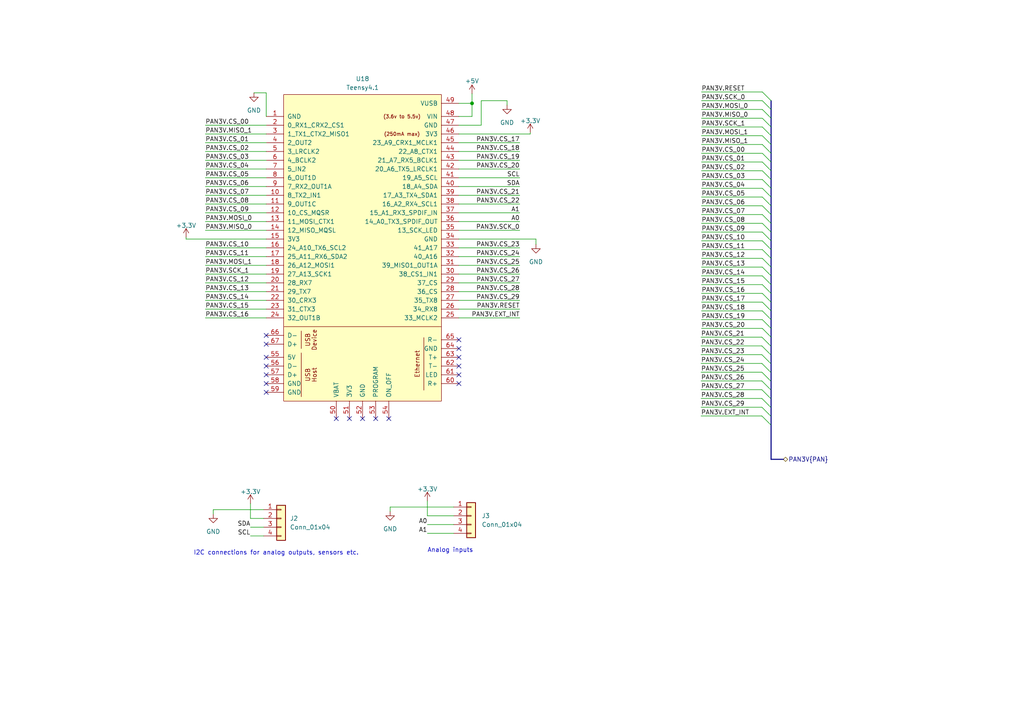
<source format=kicad_sch>
(kicad_sch (version 20230121) (generator eeschema)
  (paper "A4")
  (lib_symbols
    (symbol "Connector_Generic:Conn_01x04" (pin_names (offset 1.016) hide)
      (property "Reference" "J" (at 0 5.08 0))
      (property "Value" "Conn_01x04" (at 0 -7.62 0))
      (symbol "Conn_01x04_1_1"
        (rectangle (start -1.27 -4.953) (end 0 -5.207) (stroke (width 0.1524)))
        (rectangle (start -1.27 -2.413) (end 0 -2.667) (stroke (width 0.1524)))
        (rectangle (start -1.27 0.127) (end 0 -0.127) (stroke (width 0.1524)))
        (rectangle (start -1.27 2.667) (end 0 2.413) (stroke (width 0.1524)))
        (rectangle (start -1.27 3.81) (end 1.27 -6.35) (stroke (width 0.254)) (fill (type background)))
        (pin passive line (at -5.08 2.54 0) (length 3.81) (name "Pin_1") (number "1"))
        (pin passive line (at -5.08 0 0) (length 3.81) (name "Pin_2") (number "2"))
        (pin passive line (at -5.08 -2.54 0) (length 3.81) (name "Pin_3") (number "3"))
        (pin passive line (at -5.08 -5.08 0) (length 3.81) (name "Pin_4") (number "4"))
      )
    )
    (symbol "arena_custom:Teensy4.1" (pin_names (offset 1.016))
      (property "Reference" "U" (at 0 64.77 0))
      (property "Value" "Teensy4.1" (at 0 62.23 0))
      (symbol "Teensy4.1_0_0"
        (polyline (pts (xy -22.86 -6.35) (xy 22.86 -6.35)))
        (polyline (pts (xy -17.78 -26.67) (xy -17.78 -13.97)))
        (polyline (pts (xy -17.78 -7.62) (xy -17.78 -12.7)))
        (polyline (pts (xy 17.78 -9.525) (xy 17.78 -24.765)))
        (text "(250mA max)" (at 11.43 49.53 0) (effects (font (size 1.016 1.016))))
        (text "(3.6v to 5.5v)" (at 11.43 54.61 0) (effects (font (size 1.016 1.016))))
        (text "Device" (at -13.97 -10.16 900) (effects (font (size 1.27 1.27))))
        (text "Ethernet" (at 15.875 -17.145 900) (effects (font (size 1.27 1.27))))
        (text "Host" (at -13.97 -20.32 900) (effects (font (size 1.27 1.27))))
        (text "USB" (at -15.875 -20.32 900) (effects (font (size 1.27 1.27))))
        (text "USB" (at -15.875 -10.16 900) (effects (font (size 1.27 1.27))))
        (pin bidirectional line (at -27.94 31.75 0) (length 5.08) (name "8_TX2_IN1") (number "10"))
        (pin bidirectional line (at -27.94 29.21 0) (length 5.08) (name "9_OUT1C") (number "11"))
        (pin bidirectional line (at -27.94 26.67 0) (length 5.08) (name "10_CS_MQSR") (number "12"))
        (pin bidirectional line (at -27.94 24.13 0) (length 5.08) (name "11_MOSI_CTX1") (number "13"))
        (pin bidirectional line (at -27.94 21.59 0) (length 5.08) (name "12_MISO_MQSL") (number "14"))
        (pin power_in line (at -27.94 19.05 0) (length 5.08) (name "3V3") (number "15"))
        (pin bidirectional line (at -27.94 16.51 0) (length 5.08) (name "24_A10_TX6_SCL2") (number "16"))
        (pin bidirectional line (at -27.94 13.97 0) (length 5.08) (name "25_A11_RX6_SDA2") (number "17"))
        (pin bidirectional line (at -27.94 11.43 0) (length 5.08) (name "26_A12_MOSI1") (number "18"))
        (pin bidirectional line (at -27.94 8.89 0) (length 5.08) (name "27_A13_SCK1") (number "19"))
        (pin bidirectional line (at -27.94 6.35 0) (length 5.08) (name "28_RX7") (number "20"))
        (pin bidirectional line (at -27.94 3.81 0) (length 5.08) (name "29_TX7") (number "21"))
        (pin bidirectional line (at -27.94 1.27 0) (length 5.08) (name "30_CRX3") (number "22"))
        (pin bidirectional line (at -27.94 -1.27 0) (length 5.08) (name "31_CTX3") (number "23"))
        (pin bidirectional line (at -27.94 -3.81 0) (length 5.08) (name "32_OUT1B") (number "24"))
        (pin bidirectional line (at 27.94 -3.81 180) (length 5.08) (name "33_MCLK2") (number "25"))
        (pin bidirectional line (at 27.94 -1.27 180) (length 5.08) (name "34_RX8") (number "26"))
        (pin bidirectional line (at 27.94 1.27 180) (length 5.08) (name "35_TX8") (number "27"))
        (pin bidirectional line (at 27.94 3.81 180) (length 5.08) (name "36_CS") (number "28"))
        (pin bidirectional line (at 27.94 6.35 180) (length 5.08) (name "37_CS") (number "29"))
        (pin bidirectional line (at 27.94 8.89 180) (length 5.08) (name "38_CS1_IN1") (number "30"))
        (pin bidirectional line (at 27.94 11.43 180) (length 5.08) (name "39_MISO1_OUT1A") (number "31"))
        (pin bidirectional line (at 27.94 13.97 180) (length 5.08) (name "40_A16") (number "32"))
        (pin bidirectional line (at 27.94 16.51 180) (length 5.08) (name "41_A17") (number "33"))
        (pin bidirectional line (at 27.94 21.59 180) (length 5.08) (name "13_SCK_LED") (number "35"))
        (pin bidirectional line (at 27.94 24.13 180) (length 5.08) (name "14_A0_TX3_SPDIF_OUT") (number "36"))
        (pin bidirectional line (at 27.94 26.67 180) (length 5.08) (name "15_A1_RX3_SPDIF_IN") (number "37"))
        (pin bidirectional line (at 27.94 29.21 180) (length 5.08) (name "16_A2_RX4_SCL1") (number "38"))
        (pin bidirectional line (at 27.94 31.75 180) (length 5.08) (name "17_A3_TX4_SDA1") (number "39"))
        (pin bidirectional line (at 27.94 34.29 180) (length 5.08) (name "18_A4_SDA") (number "40"))
        (pin bidirectional line (at 27.94 36.83 180) (length 5.08) (name "19_A5_SCL") (number "41"))
        (pin bidirectional line (at 27.94 39.37 180) (length 5.08) (name "20_A6_TX5_LRCLK1") (number "42"))
        (pin bidirectional line (at 27.94 41.91 180) (length 5.08) (name "21_A7_RX5_BCLK1") (number "43"))
        (pin bidirectional line (at 27.94 44.45 180) (length 5.08) (name "22_A8_CTX1") (number "44"))
        (pin bidirectional line (at 27.94 46.99 180) (length 5.08) (name "23_A9_CRX1_MCLK1") (number "45"))
        (pin power_in line (at 27.94 54.61 180) (length 5.08) (name "VIN") (number "48"))
        (pin power_out line (at 27.94 58.42 180) (length 5.08) (name "VUSB") (number "49"))
        (pin bidirectional line (at -27.94 44.45 0) (length 5.08) (name "3_LRCLK2") (number "5"))
        (pin power_in line (at -7.62 -33.02 90) (length 5.08) (name "VBAT") (number "50"))
        (pin power_in line (at -3.81 -33.02 90) (length 5.08) (name "3V3") (number "51"))
        (pin input line (at 3.81 -33.02 90) (length 5.08) (name "PROGRAM") (number "53"))
        (pin input line (at 7.62 -33.02 90) (length 5.08) (name "ON_OFF") (number "54"))
        (pin power_out line (at -27.94 -15.24 0) (length 5.08) (name "5V") (number "55"))
        (pin bidirectional line (at -27.94 -17.78 0) (length 5.08) (name "D-") (number "56"))
        (pin bidirectional line (at -27.94 -20.32 0) (length 5.08) (name "D+") (number "57"))
        (pin power_in line (at -27.94 -22.86 0) (length 5.08) (name "GND") (number "58"))
        (pin power_in line (at -27.94 -25.4 0) (length 5.08) (name "GND") (number "59"))
        (pin bidirectional line (at -27.94 41.91 0) (length 5.08) (name "4_BCLK2") (number "6"))
        (pin bidirectional line (at 27.94 -22.86 180) (length 5.08) (name "R+") (number "60"))
        (pin bidirectional line (at 27.94 -20.32 180) (length 5.08) (name "LED") (number "61"))
        (pin bidirectional line (at 27.94 -17.78 180) (length 5.08) (name "T-") (number "62"))
        (pin bidirectional line (at 27.94 -15.24 180) (length 5.08) (name "T+") (number "63"))
        (pin power_in line (at 27.94 -12.7 180) (length 5.08) (name "GND") (number "64"))
        (pin bidirectional line (at 27.94 -10.16 180) (length 5.08) (name "R-") (number "65"))
        (pin bidirectional line (at -27.94 -8.89 0) (length 5.08) (name "D-") (number "66"))
        (pin bidirectional line (at -27.94 -11.43 0) (length 5.08) (name "D+") (number "67"))
        (pin bidirectional line (at -27.94 39.37 0) (length 5.08) (name "5_IN2") (number "7"))
        (pin bidirectional line (at -27.94 36.83 0) (length 5.08) (name "6_OUT1D") (number "8"))
        (pin bidirectional line (at -27.94 34.29 0) (length 5.08) (name "7_RX2_OUT1A") (number "9"))
      )
      (symbol "Teensy4.1_0_1"
        (rectangle (start -20.32 -1.27) (end -20.32 -1.27))
      )
      (symbol "Teensy4.1_1_0"
        (pin power_out line (at 27.94 49.53 180) (length 5.08) (name "3V3") (number "46"))
        (pin power_in line (at 27.94 52.07 180) (length 5.08) (name "GND") (number "47"))
        (pin power_in line (at 0 -33.02 90) (length 5.08) (name "GND") (number "52"))
      )
      (symbol "Teensy4.1_1_1"
        (rectangle (start -22.86 60.96) (end 22.86 -27.94) (fill (type background)))
        (pin power_in line (at -27.94 54.61 0) (length 5.08) (name "GND") (number "1"))
        (pin bidirectional line (at -27.94 52.07 0) (length 5.08) (name "0_RX1_CRX2_CS1") (number "2"))
        (pin bidirectional line (at -27.94 49.53 0) (length 5.08) (name "1_TX1_CTX2_MISO1") (number "3"))
        (pin power_in line (at 27.94 19.05 180) (length 5.08) (name "GND") (number "34"))
        (pin bidirectional line (at -27.94 46.99 0) (length 5.08) (name "2_OUT2") (number "4"))
      )
    )
    (symbol "power:+3.3V" (power) (pin_names (offset 0))
      (property "Value" "+3.3V" (at 0 3.556 0))
      (symbol "+3.3V_0_1"
        (polyline (pts (xy -0.762 1.27) (xy 0 2.54)))
        (polyline (pts (xy 0 0) (xy 0 2.54)))
        (polyline (pts (xy 0 2.54) (xy 0.762 1.27)))
      )
      (symbol "+3.3V_1_1"
        (pin power_in line (at 0 0 90) (length 0) hide (name "+3.3V") (number "1"))
      )
    )
    (symbol "power:+5V" (power) (pin_names (offset 0))
      (property "Value" "+5V" (at 0 3.556 0))
      (symbol "+5V_0_1"
        (polyline (pts (xy -0.762 1.27) (xy 0 2.54)))
        (polyline (pts (xy 0 0) (xy 0 2.54)))
        (polyline (pts (xy 0 2.54) (xy 0.762 1.27)))
      )
      (symbol "+5V_1_1"
        (pin power_in line (at 0 0 90) (length 0) hide (name "+5V") (number "1"))
      )
    )
    (symbol "power:GND" (power) (pin_names (offset 0))
      (property "Value" "GND" (at 0 -3.81 0))
      (symbol "GND_0_1"
        (polyline (pts (xy 0 0) (xy 0 -1.27) (xy 1.27 -1.27) (xy 0 -2.54) (xy -1.27 -1.27) (xy 0 -1.27)))
      )
      (symbol "GND_1_1"
        (pin power_in line (at 0 0 270) (length 0) hide (name "GND") (number "1"))
      )
    )
  )
  (junction (at 136.906 29.972))
  (no_connect (at 133.096 108.712))
  (no_connect (at 112.776 121.412))
  (no_connect (at 77.216 97.282))
  (no_connect (at 77.216 99.822))
  (no_connect (at 133.096 106.172))
  (no_connect (at 77.216 108.712))
  (no_connect (at 77.216 111.252))
  (no_connect (at 108.966 121.412))
  (no_connect (at 133.096 101.092))
  (no_connect (at 133.096 111.252))
  (no_connect (at 101.346 121.412))
  (no_connect (at 77.216 106.172))
  (no_connect (at 105.156 121.412))
  (no_connect (at 97.536 121.412))
  (no_connect (at 133.096 98.552))
  (no_connect (at 77.216 103.632))
  (no_connect (at 133.096 103.632))
  (no_connect (at 77.216 113.792))
  (bus_entry (at 223.647 54.61) (size -2.54 -2.54))
  (bus_entry (at 223.647 44.45) (size -2.54 -2.54))
  (bus_entry (at 220.98 113.03) (size 2.54 2.54))
  (bus_entry (at 223.647 64.77) (size -2.54 -2.54))
  (bus_entry (at 220.98 118.11) (size 2.54 2.54))
  (bus_entry (at 223.647 59.69) (size -2.54 -2.54))
  (bus_entry (at 223.647 80.01) (size -2.54 -2.54))
  (bus_entry (at 223.647 31.75) (size -2.54 -2.54))
  (bus_entry (at 220.98 105.41) (size 2.54 2.54))
  (bus_entry (at 220.98 100.33) (size 2.54 2.54))
  (bus_entry (at 221.107 82.55) (size 2.54 2.54))
  (bus_entry (at 223.647 29.21) (size -2.54 -2.54))
  (bus_entry (at 220.98 97.79) (size 2.54 2.54))
  (bus_entry (at 223.647 52.07) (size -2.54 -2.54))
  (bus_entry (at 223.647 62.23) (size -2.54 -2.54))
  (bus_entry (at 223.647 82.55) (size -2.54 -2.54))
  (bus_entry (at 220.98 120.65) (size 2.54 2.54))
  (bus_entry (at 223.647 72.39) (size -2.54 -2.54))
  (bus_entry (at 223.647 77.47) (size -2.54 -2.54))
  (bus_entry (at 223.647 34.29) (size -2.54 -2.54))
  (bus_entry (at 223.647 41.91) (size -2.54 -2.54))
  (bus_entry (at 223.647 49.53) (size -2.54 -2.54))
  (bus_entry (at 221.107 92.71) (size 2.54 2.54))
  (bus_entry (at 223.647 67.31) (size -2.54 -2.54))
  (bus_entry (at 221.107 87.63) (size 2.54 2.54))
  (bus_entry (at 223.647 74.93) (size -2.54 -2.54))
  (bus_entry (at 220.98 110.49) (size 2.54 2.54))
  (bus_entry (at 220.98 115.57) (size 2.54 2.54))
  (bus_entry (at 223.647 39.37) (size -2.54 -2.54))
  (bus_entry (at 221.107 85.09) (size 2.54 2.54))
  (bus_entry (at 221.107 90.17) (size 2.54 2.54))
  (bus_entry (at 220.98 102.87) (size 2.54 2.54))
  (bus_entry (at 220.98 107.95) (size 2.54 2.54))
  (bus_entry (at 223.647 69.85) (size -2.54 -2.54))
  (bus_entry (at 223.647 57.15) (size -2.54 -2.54))
  (bus_entry (at 221.107 95.25) (size 2.54 2.54))
  (bus_entry (at 223.647 46.99) (size -2.54 -2.54))
  (bus_entry (at 223.647 36.83) (size -2.54 -2.54))
  (wire (pts (xy 53.975 69.342) (xy 53.975 68.834)))
  (wire (pts (xy 123.952 149.606) (xy 131.572 149.606)))
  (wire (pts (xy 59.563 46.482) (xy 77.216 46.482)))
  (bus (pts (xy 223.647 87.63) (xy 223.647 90.17)))
  (wire (pts (xy 139.573 29.21) (xy 147.066 29.21)))
  (wire (pts (xy 72.644 152.908) (xy 76.454 152.908)))
  (wire (pts (xy 150.749 51.562) (xy 133.096 51.562)))
  (wire (pts (xy 220.98 110.49) (xy 203.327 110.49)))
  (wire (pts (xy 59.563 66.802) (xy 77.216 66.802)))
  (wire (pts (xy 139.573 36.322) (xy 139.573 29.21)))
  (bus (pts (xy 223.647 49.53) (xy 223.647 52.07)))
  (wire (pts (xy 133.096 76.962) (xy 150.749 76.962)))
  (wire (pts (xy 221.107 62.23) (xy 203.454 62.23)))
  (wire (pts (xy 133.096 56.642) (xy 150.749 56.642)))
  (wire (pts (xy 113.157 147.066) (xy 113.157 148.336)))
  (wire (pts (xy 59.563 76.962) (xy 77.216 76.962)))
  (wire (pts (xy 59.563 92.202) (xy 77.216 92.202)))
  (wire (pts (xy 221.107 44.45) (xy 203.454 44.45)))
  (bus (pts (xy 223.647 69.85) (xy 223.647 72.39)))
  (bus (pts (xy 223.647 36.83) (xy 223.647 39.37)))
  (wire (pts (xy 61.849 147.828) (xy 76.454 147.828)))
  (wire (pts (xy 59.563 38.862) (xy 77.216 38.862)))
  (wire (pts (xy 133.096 29.972) (xy 136.906 29.972)))
  (wire (pts (xy 59.563 74.422) (xy 77.216 74.422)))
  (wire (pts (xy 133.096 49.022) (xy 150.749 49.022)))
  (wire (pts (xy 221.107 52.07) (xy 203.454 52.07)))
  (bus (pts (xy 223.647 64.77) (xy 223.647 67.31)))
  (wire (pts (xy 133.096 38.862) (xy 153.797 38.862)))
  (wire (pts (xy 72.644 146.05) (xy 72.644 150.368)))
  (wire (pts (xy 73.66 26.924) (xy 77.216 26.924)))
  (bus (pts (xy 223.647 72.39) (xy 223.647 74.93)))
  (wire (pts (xy 72.644 150.368) (xy 76.454 150.368)))
  (bus (pts (xy 223.647 97.79) (xy 223.647 133.223)))
  (wire (pts (xy 59.563 84.582) (xy 77.216 84.582)))
  (wire (pts (xy 221.107 64.77) (xy 203.454 64.77)))
  (wire (pts (xy 221.107 41.91) (xy 203.454 41.91)))
  (bus (pts (xy 223.647 54.61) (xy 223.647 57.15)))
  (wire (pts (xy 77.216 69.342) (xy 53.975 69.342)))
  (wire (pts (xy 72.644 155.448) (xy 76.454 155.448)))
  (wire (pts (xy 221.107 74.93) (xy 203.454 74.93)))
  (wire (pts (xy 221.107 57.15) (xy 203.454 57.15)))
  (bus (pts (xy 223.647 82.55) (xy 223.647 85.09)))
  (bus (pts (xy 223.647 29.21) (xy 223.647 31.75)))
  (bus (pts (xy 223.647 85.09) (xy 223.647 87.63)))
  (wire (pts (xy 77.216 26.924) (xy 77.216 33.782)))
  (bus (pts (xy 223.647 74.93) (xy 223.647 77.47)))
  (wire (pts (xy 221.107 69.85) (xy 203.454 69.85)))
  (wire (pts (xy 59.563 82.042) (xy 77.216 82.042)))
  (bus (pts (xy 223.647 95.25) (xy 223.647 97.79)))
  (wire (pts (xy 133.096 66.802) (xy 150.749 66.802)))
  (wire (pts (xy 133.096 46.482) (xy 150.749 46.482)))
  (wire (pts (xy 203.327 120.65) (xy 220.98 120.65)))
  (wire (pts (xy 203.327 118.11) (xy 220.98 118.11)))
  (bus (pts (xy 223.647 62.23) (xy 223.647 64.77)))
  (wire (pts (xy 203.327 113.03) (xy 220.98 113.03)))
  (wire (pts (xy 59.563 49.022) (xy 77.216 49.022)))
  (wire (pts (xy 59.563 56.642) (xy 77.216 56.642)))
  (wire (pts (xy 150.749 82.042) (xy 133.096 82.042)))
  (wire (pts (xy 123.952 145.288) (xy 123.952 149.606)))
  (wire (pts (xy 203.454 85.09) (xy 221.107 85.09)))
  (wire (pts (xy 59.563 87.122) (xy 77.216 87.122)))
  (wire (pts (xy 203.327 105.41) (xy 220.98 105.41)))
  (bus (pts (xy 223.647 41.91) (xy 223.647 44.45)))
  (wire (pts (xy 221.107 29.21) (xy 203.454 29.21)))
  (wire (pts (xy 59.563 79.502) (xy 77.216 79.502)))
  (wire (pts (xy 133.096 79.502) (xy 150.749 79.502)))
  (wire (pts (xy 59.563 41.402) (xy 77.216 41.402)))
  (wire (pts (xy 203.454 92.71) (xy 221.107 92.71)))
  (bus (pts (xy 223.647 80.01) (xy 223.647 82.55)))
  (wire (pts (xy 220.98 100.33) (xy 203.327 100.33)))
  (bus (pts (xy 223.647 44.45) (xy 223.647 46.99)))
  (wire (pts (xy 59.563 36.322) (xy 77.216 36.322)))
  (wire (pts (xy 221.107 67.31) (xy 203.454 67.31)))
  (wire (pts (xy 133.096 33.782) (xy 136.906 33.782)))
  (bus (pts (xy 223.647 31.75) (xy 223.647 34.29)))
  (wire (pts (xy 59.563 43.942) (xy 77.216 43.942)))
  (wire (pts (xy 59.563 89.662) (xy 77.216 89.662)))
  (bus (pts (xy 223.647 34.29) (xy 223.647 36.83)))
  (bus (pts (xy 223.647 59.69) (xy 223.647 62.23)))
  (wire (pts (xy 221.107 34.29) (xy 203.454 34.29)))
  (wire (pts (xy 123.952 154.686) (xy 131.572 154.686)))
  (wire (pts (xy 133.096 36.322) (xy 139.573 36.322)))
  (wire (pts (xy 59.563 71.882) (xy 77.216 71.882)))
  (bus (pts (xy 223.647 133.223) (xy 227.203 133.223)))
  (bus (pts (xy 223.647 67.31) (xy 223.647 69.85)))
  (wire (pts (xy 61.849 147.828) (xy 61.849 149.098)))
  (wire (pts (xy 203.327 97.79) (xy 220.98 97.79)))
  (wire (pts (xy 153.797 38.862) (xy 153.797 38.481)))
  (wire (pts (xy 59.563 54.102) (xy 77.216 54.102)))
  (wire (pts (xy 147.066 29.21) (xy 147.066 30.48)))
  (wire (pts (xy 203.454 90.17) (xy 221.107 90.17)))
  (wire (pts (xy 133.096 43.942) (xy 150.749 43.942)))
  (wire (pts (xy 133.096 64.262) (xy 150.749 64.262)))
  (wire (pts (xy 221.107 72.39) (xy 203.454 72.39)))
  (bus (pts (xy 223.647 46.99) (xy 223.647 49.53)))
  (wire (pts (xy 133.096 74.422) (xy 150.749 74.422)))
  (wire (pts (xy 203.327 107.95) (xy 220.98 107.95)))
  (wire (pts (xy 133.096 87.122) (xy 150.749 87.122)))
  (wire (pts (xy 136.906 27.178) (xy 136.906 29.972)))
  (wire (pts (xy 203.454 59.69) (xy 221.107 59.69)))
  (wire (pts (xy 221.107 26.67) (xy 203.454 26.67)))
  (wire (pts (xy 203.454 95.25) (xy 221.107 95.25)))
  (wire (pts (xy 133.096 84.582) (xy 150.749 84.582)))
  (wire (pts (xy 203.327 115.57) (xy 220.98 115.57)))
  (wire (pts (xy 221.107 82.55) (xy 203.454 82.55)))
  (bus (pts (xy 223.647 77.47) (xy 223.647 80.01)))
  (wire (pts (xy 150.749 71.882) (xy 133.096 71.882)))
  (wire (pts (xy 221.107 80.01) (xy 203.454 80.01)))
  (wire (pts (xy 221.107 77.47) (xy 203.454 77.47)))
  (wire (pts (xy 133.096 89.662) (xy 150.749 89.662)))
  (wire (pts (xy 221.107 31.75) (xy 203.454 31.75)))
  (bus (pts (xy 223.647 90.17) (xy 223.647 92.71)))
  (bus (pts (xy 223.647 39.37) (xy 223.647 41.91)))
  (bus (pts (xy 223.647 92.71) (xy 223.647 95.25)))
  (wire (pts (xy 203.454 87.63) (xy 221.107 87.63)))
  (wire (pts (xy 59.563 61.722) (xy 77.216 61.722)))
  (wire (pts (xy 133.096 54.102) (xy 150.749 54.102)))
  (wire (pts (xy 113.157 147.066) (xy 131.572 147.066)))
  (bus (pts (xy 223.647 52.07) (xy 223.647 54.61)))
  (wire (pts (xy 221.107 36.83) (xy 203.454 36.83)))
  (wire (pts (xy 133.096 59.182) (xy 150.749 59.182)))
  (wire (pts (xy 221.107 46.99) (xy 203.454 46.99)))
  (wire (pts (xy 150.749 41.402) (xy 133.096 41.402)))
  (wire (pts (xy 203.327 102.87) (xy 220.98 102.87)))
  (wire (pts (xy 221.107 39.37) (xy 203.454 39.37)))
  (wire (pts (xy 133.096 69.342) (xy 155.448 69.342)))
  (wire (pts (xy 221.107 49.53) (xy 203.454 49.53)))
  (wire (pts (xy 133.096 61.722) (xy 150.749 61.722)))
  (wire (pts (xy 155.448 69.342) (xy 155.448 70.866)))
  (wire (pts (xy 123.952 152.146) (xy 131.572 152.146)))
  (wire (pts (xy 59.563 59.182) (xy 77.216 59.182)))
  (wire (pts (xy 59.563 51.562) (xy 77.216 51.562)))
  (wire (pts (xy 221.107 54.61) (xy 203.454 54.61)))
  (wire (pts (xy 59.563 64.262) (xy 77.216 64.262)))
  (wire (pts (xy 133.096 92.202) (xy 150.749 92.202)))
  (wire (pts (xy 136.906 29.972) (xy 136.906 33.782)))
  (bus (pts (xy 223.647 57.15) (xy 223.647 59.69)))
  (text "Analog inputs" (at 123.952 160.401 0) (effects (font (size 1.27 1.27)) (justify left bottom)))
  (text "I2C connections for analog outputs, sensors etc. " (at 56.134 161.163 0) (effects (font (size 1.27 1.27)) (justify left bottom)))
  (label "PAN3V.MOSI_1" (at 59.563 76.962 0))
  (label "SDA" (at 72.644 152.908 180))
  (label "PAN3V.SCK_0" (at 150.749 66.802 180))
  (label "PAN3V.CS_17" (at 150.749 41.402 180))
  (label "PAN3V.CS_06" (at 203.454 59.69 0))
  (label "PAN3V.CS_28" (at 150.749 84.582 180))
  (label "PAN3V.CS_18" (at 150.749 43.942 180))
  (label "PAN3V.CS_02" (at 59.563 43.942 0))
  (label "A1" (at 123.952 154.686 180))
  (label "PAN3V.CS_10" (at 59.563 71.882 0))
  (label "PAN3V.MISO_0" (at 203.454 34.29 0))
  (label "PAN3V.CS_23" (at 203.327 102.87 0))
  (label "PAN3V.CS_05" (at 59.563 51.562 0))
  (label "PAN3V.CS_06" (at 59.563 54.102 0))
  (label "PAN3V.MOSI_1" (at 203.454 39.37 0))
  (label "PAN3V.CS_04" (at 203.454 54.61 0))
  (label "PAN3V.CS_03" (at 203.454 52.07 0))
  (label "PAN3V.CS_29" (at 150.749 87.122 180))
  (label "PAN3V.CS_07" (at 59.563 56.642 0))
  (label "PAN3V.SCK_1" (at 203.454 36.83 0))
  (label "PAN3V.CS_02" (at 203.454 49.53 0))
  (label "PAN3V.CS_24" (at 203.327 105.41 0))
  (label "PAN3V.MOSI_0" (at 59.563 64.262 0))
  (label "PAN3V.CS_12" (at 203.454 74.93 0))
  (label "PAN3V.CS_14" (at 203.454 80.01 0))
  (label "PAN3V.CS_00" (at 203.454 44.45 0))
  (label "PAN3V.CS_08" (at 59.563 59.182 0))
  (label "PAN3V.CS_16" (at 59.563 92.202 0))
  (label "PAN3V.CS_00" (at 59.563 36.322 0))
  (label "SDA" (at 150.749 54.102 180))
  (label "PAN3V.CS_11" (at 203.454 72.39 0))
  (label "PAN3V.CS_27" (at 203.327 113.03 0))
  (label "PAN3V.CS_22" (at 150.749 59.182 180))
  (label "PAN3V.CS_01" (at 59.563 41.402 0))
  (label "PAN3V.CS_03" (at 59.563 46.482 0))
  (label "PAN3V.CS_21" (at 203.327 97.79 0))
  (label "PAN3V.CS_19" (at 150.749 46.482 180))
  (label "PAN3V.CS_16" (at 203.454 85.09 0))
  (label "PAN3V.CS_12" (at 59.563 82.042 0))
  (label "PAN3V.CS_05" (at 203.454 57.15 0))
  (label "PAN3V.CS_27" (at 150.749 82.042 180))
  (label "PAN3V.EXT_INT" (at 203.327 120.65 0))
  (label "PAN3V.CS_26" (at 203.327 110.49 0))
  (label "PAN3V.SCK_1" (at 59.563 79.502 0))
  (label "PAN3V.CS_20" (at 150.749 49.022 180))
  (label "PAN3V.CS_24" (at 150.749 74.422 180))
  (label "PAN3V.CS_14" (at 59.563 87.122 0))
  (label "PAN3V.CS_13" (at 203.454 77.47 0))
  (label "PAN3V.CS_25" (at 150.749 76.962 180))
  (label "PAN3V.CS_28" (at 203.327 115.57 0))
  (label "PAN3V.CS_25" (at 203.327 107.95 0))
  (label "PAN3V.CS_10" (at 203.454 69.85 0))
  (label "PAN3V.CS_08" (at 203.454 64.77 0))
  (label "PAN3V.CS_29" (at 203.327 118.11 0))
  (label "SCL" (at 72.644 155.448 180))
  (label "PAN3V.CS_20" (at 203.454 95.25 0))
  (label "PAN3V.RESET" (at 150.749 89.662 180))
  (label "PAN3V.CS_09" (at 203.454 67.31 0))
  (label "PAN3V.CS_17" (at 203.454 87.63 0))
  (label "PAN3V.CS_04" (at 59.563 49.022 0))
  (label "PAN3V.CS_15" (at 59.563 89.662 0))
  (label "PAN3V.MISO_1" (at 203.454 41.91 0))
  (label "A0" (at 123.952 152.146 180))
  (label "PAN3V.CS_11" (at 59.563 74.422 0))
  (label "PAN3V.CS_21" (at 150.749 56.642 180))
  (label "PAN3V.CS_07" (at 203.454 62.23 0))
  (label "PAN3V.CS_26" (at 150.749 79.502 180))
  (label "A0" (at 150.749 64.262 180))
  (label "PAN3V.CS_18" (at 203.454 90.17 0))
  (label "PAN3V.CS_13" (at 59.563 84.582 0))
  (label "PAN3V.CS_01" (at 203.454 46.99 0))
  (label "A1" (at 150.749 61.722 180))
  (label "PAN3V.CS_23" (at 150.749 71.882 180))
  (label "PAN3V.MISO_0" (at 59.563 66.802 0))
  (label "PAN3V.CS_19" (at 203.454 92.71 0))
  (label "PAN3V.CS_22" (at 203.327 100.33 0))
  (label "PAN3V.EXT_INT" (at 150.749 92.202 180))
  (label "PAN3V.CS_15" (at 203.454 82.55 0))
  (label "PAN3V.MOSI_0" (at 203.454 31.75 0))
  (label "PAN3V.RESET" (at 203.454 26.67 0))
  (label "SCL" (at 150.749 51.562 180))
  (label "PAN3V.MISO_1" (at 59.563 38.862 0))
  (label "PAN3V.SCK_0" (at 203.454 29.21 0))
  (label "PAN3V.CS_09" (at 59.563 61.722 0))
  (hierarchical_label "PAN3V{PAN}" (shape bidirectional) (at 227.203 133.223 0))
  (symbol (lib_id "power:GND") (at 61.849 149.098 0) (mirror y) (unit 1)
    (property "Reference" "#PWR01" (effects hide))
    (property "Value" "GND" (at 61.849 154.178 0))
  )
  (symbol (lib_id "Connector_Generic:Conn_01x04") (at 136.652 149.606 0) (unit 1)
    (property "Reference" "J3" (at 139.7 149.606 0) (effects (justify left)))
    (property "Value" "Conn_01x04" (at 139.7 152.146 0) (effects (justify left)))
    (property "Footprint" "arena_custom:JST_SH_SM04B-SRSS-TB_1x04-1MP_P1.00mm_Horizontal" (effects hide))
  )
  (symbol (lib_id "power:+3.3V") (at 72.644 146.05 0) (unit 1)
    (property "Reference" "#PWR019" (effects hide))
    (property "Value" "+3.3V" (at 72.644 142.621 0))
  )
  (symbol (lib_id "power:+5V") (at 136.906 27.178 0) (unit 1)
    (property "Reference" "#PWR074" (effects hide))
    (property "Value" "+5V" (at 136.906 23.495 0))
  )
  (symbol (lib_id "arena_custom:Teensy4.1") (at 105.156 88.392 0) (unit 1)
    (property "Reference" "U18" (at 105.156 22.86 0))
    (property "Value" "Teensy4.1" (at 105.156 25.4 0))
    (property "Footprint" "teensy:Teensy41" (effects hide))
  )
  (symbol (lib_id "power:+3.3V") (at 123.952 145.288 0) (unit 1)
    (property "Reference" "#PWR020" (effects hide))
    (property "Value" "+3.3V" (at 123.952 141.859 0))
  )
  (symbol (lib_id "power:GND") (at 155.448 70.866 0) (mirror y) (unit 1)
    (property "Reference" "#PWR016" (effects hide))
    (property "Value" "GND" (at 155.448 75.946 0))
  )
  (symbol (lib_id "Connector_Generic:Conn_01x04") (at 81.534 150.368 0) (unit 1)
    (property "Reference" "J2" (at 84.074 150.368 0) (effects (justify left)))
    (property "Value" "Conn_01x04" (at 84.074 152.908 0) (effects (justify left)))
    (property "Footprint" "arena_custom:JST_SH_SM04B-SRSS-TB_1x04-1MP_P1.00mm_Horizontal" (effects hide))
  )
  (symbol (lib_id "power:+3.3V") (at 153.797 38.481 0) (unit 1)
    (property "Reference" "#PWR075" (effects hide))
    (property "Value" "+3.3V" (at 153.797 35.052 0))
  )
  (symbol (lib_id "power:GND") (at 73.66 26.924 0) (unit 1)
    (property "Reference" "#PWR05" (effects hide))
    (property "Value" "GND" (at 73.66 32.004 0))
  )
  (symbol (lib_id "power:+3.3V") (at 53.975 68.834 0) (unit 1)
    (property "Reference" "#PWR073" (effects hide))
    (property "Value" "+3.3V" (at 53.975 65.405 0))
  )
  (symbol (lib_id "power:GND") (at 113.157 148.336 0) (mirror y) (unit 1)
    (property "Reference" "#PWR07" (effects hide))
    (property "Value" "GND" (at 113.157 153.416 0))
  )
  (symbol (lib_id "power:GND") (at 147.066 30.48 0) (mirror y) (unit 1)
    (property "Reference" "#PWR06" (effects hide))
    (property "Value" "GND" (at 147.066 35.56 0))
  )
)
</source>
